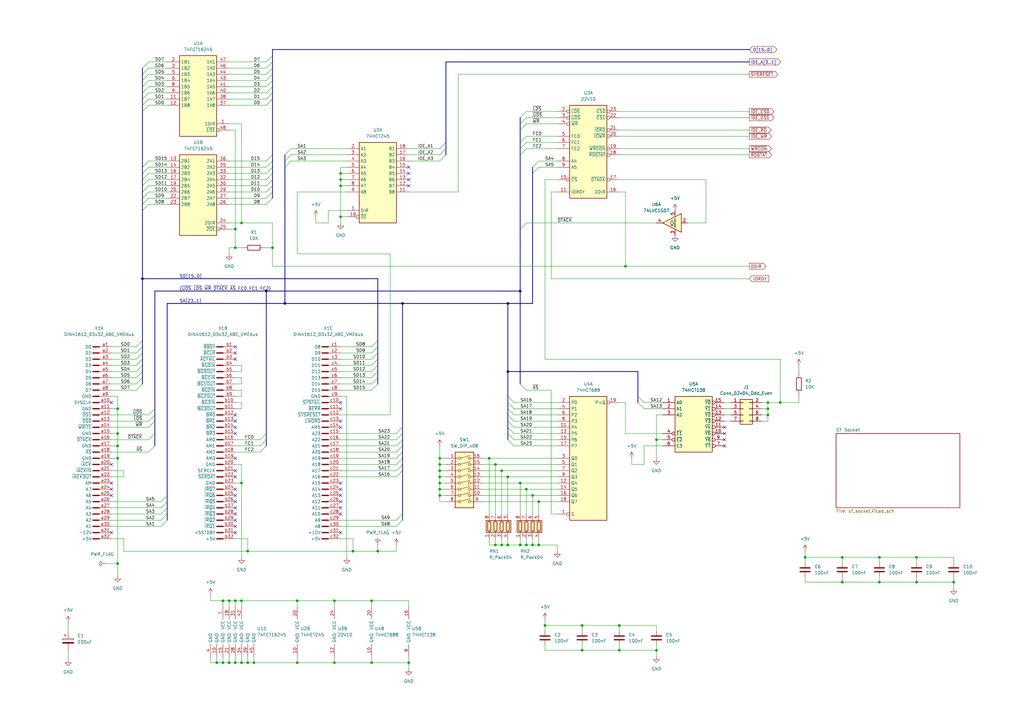
<source format=kicad_sch>
(kicad_sch (version 20211123) (generator eeschema)
  (paper "A3")
  (title_block (title "BUS INTERFACE") (date "2023-12-29") (rev "1") (company "(C) TOM STOREY") (comment 1 "FREE FOR NON-COMMERCIAL USE"))
  (junction (at 48.26 231.14))
  (junction (at 152.4 271.78))
  (junction (at 99.06 198.12))
  (junction (at 139.7 73.66))
  (junction (at 375.92 228.6))
  (junction (at 254 256.54))
  (junction (at 99.06 271.78))
  (junction (at 104.14 271.78))
  (junction (at 218.44 223.52))
  (junction (at 165.1 124.46))
  (junction (at 180.34 195.58))
  (junction (at 91.44 246.38))
  (junction (at 360.68 228.6))
  (junction (at 215.9 200.66))
  (junction (at 139.7 88.9))
  (junction (at 180.34 190.5))
  (junction (at 203.2 223.52))
  (junction (at 91.44 271.78))
  (junction (at 111.76 101.6))
  (junction (at 137.16 271.78))
  (junction (at 109.22 119.38))
  (junction (at 180.34 193.04))
  (junction (at 360.68 238.76))
  (junction (at 208.28 124.46))
  (junction (at 215.9 223.52))
  (junction (at 96.52 93.98))
  (junction (at 238.76 266.7))
  (junction (at 96.52 246.38))
  (junction (at 180.34 200.66))
  (junction (at 254 266.7))
  (junction (at 48.26 167.64))
  (junction (at 238.76 256.54))
  (junction (at 205.74 223.52))
  (junction (at 345.44 228.6))
  (junction (at 121.92 246.38))
  (junction (at 256.54 109.22))
  (junction (at 218.44 203.2))
  (junction (at 208.28 223.52))
  (junction (at 167.64 271.78))
  (junction (at 314.96 165.1))
  (junction (at 101.6 226.06))
  (junction (at 213.36 198.12))
  (junction (at 213.36 223.52))
  (junction (at 93.98 246.38))
  (junction (at 180.34 187.96))
  (junction (at 48.26 182.88))
  (junction (at 269.24 266.7))
  (junction (at 269.24 180.34))
  (junction (at 139.7 71.12))
  (junction (at 220.98 205.74))
  (junction (at 375.92 238.76))
  (junction (at 314.96 170.18))
  (junction (at 99.06 246.38))
  (junction (at 213.36 119.38))
  (junction (at 208.28 152.4))
  (junction (at 314.96 167.64))
  (junction (at 345.44 238.76))
  (junction (at 320.04 165.1))
  (junction (at 154.94 226.06))
  (junction (at 116.84 124.46))
  (junction (at 139.7 76.2))
  (junction (at 88.9 271.78))
  (junction (at 58.42 114.3))
  (junction (at 99.06 91.44))
  (junction (at 144.78 226.06))
  (junction (at 121.92 271.78))
  (junction (at 96.52 271.78))
  (junction (at 48.26 177.8))
  (junction (at 205.74 193.04))
  (junction (at 391.16 238.76))
  (junction (at 203.2 190.5))
  (junction (at 93.98 271.78))
  (junction (at 223.52 256.54))
  (junction (at 180.34 198.12))
  (junction (at 101.6 271.78))
  (junction (at 137.16 246.38))
  (junction (at 330.2 228.6))
  (junction (at 48.26 187.96))
  (junction (at 180.34 203.2))
  (junction (at 208.28 195.58))
  (junction (at 200.66 187.96))
  (junction (at 96.52 101.6))
  (junction (at 152.4 246.38))
  (junction (at 220.98 223.52))
  (no_connect (at 96.52 187.96))
  (no_connect (at 297.18 175.26))
  (no_connect (at 139.7 210.82))
  (no_connect (at 297.18 177.8))
  (no_connect (at 139.7 198.12))
  (no_connect (at 139.7 175.26))
  (no_connect (at 96.52 218.44))
  (no_connect (at 96.52 177.8))
  (no_connect (at 96.52 213.36))
  (no_connect (at 96.52 210.82))
  (no_connect (at 45.72 190.5))
  (no_connect (at 167.64 71.12))
  (no_connect (at 96.52 200.66))
  (no_connect (at 45.72 218.44))
  (no_connect (at 139.7 208.28))
  (no_connect (at 167.64 68.58))
  (no_connect (at 297.18 182.88))
  (no_connect (at 96.52 193.04))
  (no_connect (at 45.72 198.12))
  (no_connect (at 96.52 195.58))
  (no_connect (at 96.52 208.28))
  (no_connect (at 45.72 203.2))
  (no_connect (at 139.7 200.66))
  (no_connect (at 167.64 76.2))
  (no_connect (at 297.18 180.34))
  (no_connect (at 139.7 167.64))
  (no_connect (at 96.52 170.18))
  (no_connect (at 45.72 165.1))
  (no_connect (at 96.52 142.24))
  (no_connect (at 139.7 205.74))
  (no_connect (at 167.64 73.66))
  (no_connect (at 139.7 218.44))
  (no_connect (at 139.7 172.72))
  (no_connect (at 96.52 203.2))
  (no_connect (at 45.72 200.66))
  (no_connect (at 96.52 172.72))
  (no_connect (at 139.7 165.1))
  (no_connect (at 96.52 175.26))
  (no_connect (at 96.52 144.78))
  (no_connect (at 96.52 147.32))
  (no_connect (at 139.7 203.2))
  (no_connect (at 96.52 205.74))
  (no_connect (at 96.52 215.9))
  (bus_entry (at 111.76 40.64) (size -2.54 2.54))
  (bus_entry (at 109.22 177.8) (size -2.54 2.54))
  (bus_entry (at 60.96 73.66) (size -2.54 2.54))
  (bus_entry (at 154.94 147.32) (size -2.54 2.54))
  (bus_entry (at 215.9 55.88) (size -2.54 2.54))
  (bus_entry (at 60.96 76.2) (size -2.54 2.54))
  (bus_entry (at 213.36 157.48) (size 2.54 2.54))
  (bus_entry (at 60.96 33.02) (size -2.54 2.54))
  (bus_entry (at 68.58 210.82) (size -2.54 2.54))
  (bus_entry (at 111.76 30.48) (size -2.54 2.54))
  (bus_entry (at 111.76 22.86) (size -2.54 2.54))
  (bus_entry (at 165.1 190.5) (size -2.54 2.54))
  (bus_entry (at 261.62 162.56) (size 2.54 2.54))
  (bus_entry (at 109.22 180.34) (size -2.54 2.54))
  (bus_entry (at 58.42 144.78) (size -2.54 2.54))
  (bus_entry (at 165.1 180.34) (size -2.54 2.54))
  (bus_entry (at 111.76 73.66) (size -2.54 2.54))
  (bus_entry (at 182.88 63.5) (size -2.54 2.54))
  (bus_entry (at 215.9 91.44) (size -2.54 2.54))
  (bus_entry (at 154.94 149.86) (size -2.54 2.54))
  (bus_entry (at 63.5 167.64) (size -2.54 2.54))
  (bus_entry (at 60.96 43.18) (size -2.54 2.54))
  (bus_entry (at 208.28 170.18) (size 2.54 2.54))
  (bus_entry (at 165.1 187.96) (size -2.54 2.54))
  (bus_entry (at 60.96 68.58) (size -2.54 2.54))
  (bus_entry (at 154.94 142.24) (size -2.54 2.54))
  (bus_entry (at 208.28 162.56) (size 2.54 2.54))
  (bus_entry (at 208.28 172.72) (size 2.54 2.54))
  (bus_entry (at 58.42 152.4) (size -2.54 2.54))
  (bus_entry (at 63.5 170.18) (size -2.54 2.54))
  (bus_entry (at 60.96 78.74) (size -2.54 2.54))
  (bus_entry (at 111.76 27.94) (size -2.54 2.54))
  (bus_entry (at 60.96 27.94) (size -2.54 2.54))
  (bus_entry (at 165.1 213.36) (size -2.54 2.54))
  (bus_entry (at 111.76 68.58) (size -2.54 2.54))
  (bus_entry (at 58.42 142.24) (size -2.54 2.54))
  (bus_entry (at 208.28 175.26) (size 2.54 2.54))
  (bus_entry (at 60.96 25.4) (size -2.54 2.54))
  (bus_entry (at 220.98 68.58) (size -2.54 2.54))
  (bus_entry (at 109.22 182.88) (size -2.54 2.54))
  (bus_entry (at 58.42 154.94) (size -2.54 2.54))
  (bus_entry (at 60.96 66.04) (size -2.54 2.54))
  (bus_entry (at 60.96 71.12) (size -2.54 2.54))
  (bus_entry (at 154.94 157.48) (size -2.54 2.54))
  (bus_entry (at 60.96 40.64) (size -2.54 2.54))
  (bus_entry (at 119.38 60.96) (size -2.54 2.54))
  (bus_entry (at 208.28 180.34) (size 2.54 2.54))
  (bus_entry (at 208.28 167.64) (size 2.54 2.54))
  (bus_entry (at 68.58 203.2) (size -2.54 2.54))
  (bus_entry (at 165.1 210.82) (size -2.54 2.54))
  (bus_entry (at 68.58 205.74) (size -2.54 2.54))
  (bus_entry (at 182.88 58.42) (size -2.54 2.54))
  (bus_entry (at 154.94 139.7) (size -2.54 2.54))
  (bus_entry (at 60.96 81.28) (size -2.54 2.54))
  (bus_entry (at 68.58 213.36) (size -2.54 2.54))
  (bus_entry (at 215.9 60.96) (size -2.54 2.54))
  (bus_entry (at 60.96 35.56) (size -2.54 2.54))
  (bus_entry (at 182.88 60.96) (size -2.54 2.54))
  (bus_entry (at 111.76 81.28) (size -2.54 2.54))
  (bus_entry (at 208.28 177.8) (size 2.54 2.54))
  (bus_entry (at 60.96 83.82) (size -2.54 2.54))
  (bus_entry (at 119.38 63.5) (size -2.54 2.54))
  (bus_entry (at 165.1 185.42) (size -2.54 2.54))
  (bus_entry (at 111.76 71.12) (size -2.54 2.54))
  (bus_entry (at 215.9 48.26) (size -2.54 2.54))
  (bus_entry (at 215.9 45.72) (size -2.54 2.54))
  (bus_entry (at 111.76 33.02) (size -2.54 2.54))
  (bus_entry (at 63.5 177.8) (size -2.54 2.54))
  (bus_entry (at 220.98 66.04) (size -2.54 2.54))
  (bus_entry (at 154.94 154.94) (size -2.54 2.54))
  (bus_entry (at 165.1 193.04) (size -2.54 2.54))
  (bus_entry (at 215.9 58.42) (size -2.54 2.54))
  (bus_entry (at 215.9 50.8) (size -2.54 2.54))
  (bus_entry (at 111.76 35.56) (size -2.54 2.54))
  (bus_entry (at 111.76 63.5) (size -2.54 2.54))
  (bus_entry (at 165.1 177.8) (size -2.54 2.54))
  (bus_entry (at 154.94 152.4) (size -2.54 2.54))
  (bus_entry (at 111.76 78.74) (size -2.54 2.54))
  (bus_entry (at 58.42 139.7) (size -2.54 2.54))
  (bus_entry (at 58.42 149.86) (size -2.54 2.54))
  (bus_entry (at 111.76 38.1) (size -2.54 2.54))
  (bus_entry (at 111.76 66.04) (size -2.54 2.54))
  (bus_entry (at 63.5 182.88) (size -2.54 2.54))
  (bus_entry (at 111.76 25.4) (size -2.54 2.54))
  (bus_entry (at 111.76 76.2) (size -2.54 2.54))
  (bus_entry (at 208.28 165.1) (size 2.54 2.54))
  (bus_entry (at 58.42 147.32) (size -2.54 2.54))
  (bus_entry (at 165.1 182.88) (size -2.54 2.54))
  (bus_entry (at 119.38 66.04) (size -2.54 2.54))
  (bus_entry (at 261.62 165.1) (size 2.54 2.54))
  (bus_entry (at 60.96 30.48) (size -2.54 2.54))
  (bus_entry (at 154.94 144.78) (size -2.54 2.54))
  (bus_entry (at 58.42 157.48) (size -2.54 2.54))
  (bus_entry (at 165.1 175.26) (size -2.54 2.54))
  (bus_entry (at 68.58 208.28) (size -2.54 2.54))
  (bus_entry (at 60.96 38.1) (size -2.54 2.54))
  (bus_entry (at 63.5 172.72) (size -2.54 2.54))
  (wire (pts (xy 299.72 172.72) (xy 297.18 172.72)))
  (wire (pts (xy 60.96 81.28) (xy 68.58 81.28)))
  (wire (pts (xy 101.6 226.06) (xy 144.78 226.06)))
  (wire (pts (xy 264.16 165.1) (xy 271.78 165.1)))
  (wire (pts (xy 142.24 68.58) (xy 139.7 68.58)))
  (wire (pts (xy 93.98 81.28) (xy 109.22 81.28)))
  (wire (pts (xy 180.34 187.96) (xy 180.34 190.5)))
  (wire (pts (xy 93.98 93.98) (xy 96.52 93.98)))
  (wire (pts (xy 60.96 78.74) (xy 68.58 78.74)))
  (wire (pts (xy 375.92 228.6) (xy 360.68 228.6)))
  (wire (pts (xy 60.96 35.56) (xy 68.58 35.56)))
  (wire (pts (xy 111.76 109.22) (xy 256.54 109.22)))
  (wire (pts (xy 96.52 162.56) (xy 99.06 162.56)))
  (wire (pts (xy 45.72 160.02) (xy 55.88 160.02)))
  (wire (pts (xy 119.38 63.5) (xy 142.24 63.5)))
  (wire (pts (xy 180.34 195.58) (xy 180.34 198.12)))
  (wire (pts (xy 45.72 220.98) (xy 50.8 220.98)))
  (wire (pts (xy 220.98 205.74) (xy 228.6 205.74)))
  (wire (pts (xy 312.42 167.64) (xy 314.96 167.64)))
  (bus (pts (xy 111.76 76.2) (xy 111.76 73.66)))
  (bus (pts (xy 154.94 147.32) (xy 154.94 149.86)))
  (wire (pts (xy 223.52 259.08) (xy 223.52 256.54)))
  (wire (pts (xy 327.66 149.86) (xy 327.66 152.4)))
  (wire (pts (xy 210.82 182.88) (xy 228.6 182.88)))
  (wire (pts (xy 205.74 193.04) (xy 228.6 193.04)))
  (bus (pts (xy 58.42 83.82) (xy 58.42 86.36)))
  (wire (pts (xy 180.34 182.88) (xy 180.34 187.96)))
  (wire (pts (xy 139.7 149.86) (xy 152.4 149.86)))
  (wire (pts (xy 180.34 190.5) (xy 180.34 193.04)))
  (wire (pts (xy 96.52 93.98) (xy 96.52 101.6)))
  (wire (pts (xy 86.36 246.38) (xy 86.36 243.84)))
  (wire (pts (xy 45.72 167.64) (xy 48.26 167.64)))
  (wire (pts (xy 259.08 190.5) (xy 259.08 187.96)))
  (wire (pts (xy 220.98 68.58) (xy 228.6 68.58)))
  (wire (pts (xy 91.44 271.78) (xy 93.98 271.78)))
  (wire (pts (xy 60.96 33.02) (xy 68.58 33.02)))
  (wire (pts (xy 345.44 231.14) (xy 345.44 228.6)))
  (wire (pts (xy 48.26 167.64) (xy 48.26 177.8)))
  (wire (pts (xy 210.82 165.1) (xy 228.6 165.1)))
  (wire (pts (xy 218.44 203.2) (xy 218.44 210.82)))
  (wire (pts (xy 213.36 198.12) (xy 213.36 210.82)))
  (wire (pts (xy 205.74 193.04) (xy 205.74 210.82)))
  (bus (pts (xy 58.42 149.86) (xy 58.42 147.32)))
  (wire (pts (xy 27.94 266.7) (xy 27.94 270.51)))
  (bus (pts (xy 58.42 27.94) (xy 58.42 30.48)))
  (bus (pts (xy 213.36 93.98) (xy 213.36 119.38)))
  (wire (pts (xy 101.6 269.24) (xy 101.6 271.78)))
  (bus (pts (xy 165.1 185.42) (xy 165.1 182.88)))
  (bus (pts (xy 208.28 172.72) (xy 208.28 175.26)))
  (bus (pts (xy 165.1 193.04) (xy 165.1 190.5)))
  (wire (pts (xy 210.82 170.18) (xy 228.6 170.18)))
  (bus (pts (xy 165.1 177.8) (xy 165.1 175.26)))
  (wire (pts (xy 215.9 220.98) (xy 215.9 223.52)))
  (wire (pts (xy 345.44 238.76) (xy 360.68 238.76)))
  (wire (pts (xy 96.52 165.1) (xy 99.06 165.1)))
  (wire (pts (xy 121.92 78.74) (xy 142.24 78.74)))
  (wire (pts (xy 210.82 167.64) (xy 228.6 167.64)))
  (wire (pts (xy 208.28 223.52) (xy 213.36 223.52)))
  (wire (pts (xy 60.96 83.82) (xy 68.58 83.82)))
  (wire (pts (xy 88.9 271.78) (xy 91.44 271.78)))
  (wire (pts (xy 139.7 154.94) (xy 152.4 154.94)))
  (wire (pts (xy 269.24 259.08) (xy 269.24 256.54)))
  (wire (pts (xy 119.38 66.04) (xy 142.24 66.04)))
  (wire (pts (xy 139.7 144.78) (xy 152.4 144.78)))
  (wire (pts (xy 96.52 152.4) (xy 99.06 152.4)))
  (wire (pts (xy 48.26 162.56) (xy 48.26 167.64)))
  (wire (pts (xy 121.92 271.78) (xy 137.16 271.78)))
  (wire (pts (xy 45.72 205.74) (xy 66.04 205.74)))
  (wire (pts (xy 254 53.34) (xy 307.34 53.34)))
  (wire (pts (xy 45.72 147.32) (xy 55.88 147.32)))
  (wire (pts (xy 223.52 73.66) (xy 223.52 147.32)))
  (wire (pts (xy 91.44 269.24) (xy 91.44 271.78)))
  (wire (pts (xy 312.42 170.18) (xy 314.96 170.18)))
  (wire (pts (xy 167.64 60.96) (xy 180.34 60.96)))
  (wire (pts (xy 203.2 220.98) (xy 203.2 223.52)))
  (wire (pts (xy 223.52 264.16) (xy 223.52 266.7)))
  (wire (pts (xy 93.98 68.58) (xy 109.22 68.58)))
  (bus (pts (xy 58.42 154.94) (xy 58.42 152.4)))
  (wire (pts (xy 180.34 203.2) (xy 180.34 205.74)))
  (wire (pts (xy 208.28 220.98) (xy 208.28 223.52)))
  (bus (pts (xy 213.36 63.5) (xy 213.36 93.98)))
  (wire (pts (xy 203.2 190.5) (xy 203.2 210.82)))
  (wire (pts (xy 137.16 269.24) (xy 137.16 271.78)))
  (wire (pts (xy 93.98 25.4) (xy 109.22 25.4)))
  (bus (pts (xy 165.1 124.46) (xy 208.28 124.46)))
  (wire (pts (xy 218.44 223.52) (xy 220.98 223.52)))
  (wire (pts (xy 93.98 246.38) (xy 93.98 248.92)))
  (wire (pts (xy 269.24 180.34) (xy 271.78 180.34)))
  (bus (pts (xy 58.42 71.12) (xy 58.42 73.66)))
  (wire (pts (xy 238.76 259.08) (xy 238.76 256.54)))
  (bus (pts (xy 58.42 114.3) (xy 58.42 139.7)))
  (bus (pts (xy 68.58 203.2) (xy 68.58 205.74)))
  (bus (pts (xy 109.22 180.34) (xy 109.22 182.88)))
  (wire (pts (xy 200.66 220.98) (xy 200.66 223.52)))
  (wire (pts (xy 269.24 170.18) (xy 269.24 180.34)))
  (bus (pts (xy 208.28 170.18) (xy 208.28 172.72)))
  (wire (pts (xy 111.76 101.6) (xy 111.76 109.22)))
  (bus (pts (xy 68.58 124.46) (xy 68.58 203.2)))
  (wire (pts (xy 154.94 226.06) (xy 162.56 226.06)))
  (wire (pts (xy 223.52 254) (xy 223.52 256.54)))
  (wire (pts (xy 345.44 228.6) (xy 360.68 228.6)))
  (bus (pts (xy 58.42 147.32) (xy 58.42 144.78)))
  (wire (pts (xy 96.52 182.88) (xy 106.68 182.88)))
  (bus (pts (xy 111.76 40.64) (xy 111.76 38.1)))
  (wire (pts (xy 139.7 88.9) (xy 142.24 88.9)))
  (wire (pts (xy 203.2 223.52) (xy 205.74 223.52)))
  (wire (pts (xy 218.44 203.2) (xy 228.6 203.2)))
  (wire (pts (xy 215.9 200.66) (xy 228.6 200.66)))
  (wire (pts (xy 144.78 220.98) (xy 144.78 226.06)))
  (wire (pts (xy 200.66 187.96) (xy 200.66 210.82)))
  (wire (pts (xy 99.06 160.02) (xy 99.06 162.56)))
  (wire (pts (xy 93.98 104.14) (xy 93.98 101.6)))
  (wire (pts (xy 299.72 167.64) (xy 297.18 167.64)))
  (wire (pts (xy 104.14 269.24) (xy 104.14 271.78)))
  (wire (pts (xy 139.7 147.32) (xy 152.4 147.32)))
  (wire (pts (xy 93.98 43.18) (xy 109.22 43.18)))
  (wire (pts (xy 93.98 66.04) (xy 109.22 66.04)))
  (wire (pts (xy 45.72 154.94) (xy 55.88 154.94)))
  (bus (pts (xy 111.76 63.5) (xy 111.76 40.64)))
  (wire (pts (xy 238.76 256.54) (xy 254 256.54)))
  (wire (pts (xy 60.96 71.12) (xy 68.58 71.12)))
  (wire (pts (xy 281.94 91.44) (xy 289.56 91.44)))
  (wire (pts (xy 299.72 170.18) (xy 297.18 170.18)))
  (wire (pts (xy 96.52 180.34) (xy 106.68 180.34)))
  (wire (pts (xy 254 78.74) (xy 256.54 78.74)))
  (wire (pts (xy 180.34 200.66) (xy 182.88 200.66)))
  (wire (pts (xy 99.06 271.78) (xy 101.6 271.78)))
  (wire (pts (xy 99.06 198.12) (xy 99.06 228.6)))
  (wire (pts (xy 198.12 187.96) (xy 200.66 187.96)))
  (bus (pts (xy 111.76 35.56) (xy 111.76 33.02)))
  (wire (pts (xy 60.96 25.4) (xy 68.58 25.4)))
  (wire (pts (xy 93.98 35.56) (xy 109.22 35.56)))
  (bus (pts (xy 111.76 27.94) (xy 111.76 25.4)))
  (wire (pts (xy 180.34 193.04) (xy 180.34 195.58)))
  (bus (pts (xy 218.44 68.58) (xy 218.44 71.12)))
  (wire (pts (xy 269.24 256.54) (xy 254 256.54)))
  (wire (pts (xy 269.24 264.16) (xy 269.24 266.7)))
  (bus (pts (xy 58.42 142.24) (xy 58.42 139.7)))
  (wire (pts (xy 119.38 60.96) (xy 142.24 60.96)))
  (wire (pts (xy 198.12 190.5) (xy 203.2 190.5)))
  (wire (pts (xy 96.52 246.38) (xy 99.06 246.38)))
  (wire (pts (xy 215.9 91.44) (xy 269.24 91.44)))
  (wire (pts (xy 139.7 182.88) (xy 162.56 182.88)))
  (wire (pts (xy 254 63.5) (xy 307.34 63.5)))
  (wire (pts (xy 139.7 187.96) (xy 162.56 187.96)))
  (bus (pts (xy 109.22 119.38) (xy 213.36 119.38)))
  (wire (pts (xy 129.54 91.44) (xy 129.54 88.9)))
  (wire (pts (xy 45.72 175.26) (xy 60.96 175.26)))
  (wire (pts (xy 45.72 182.88) (xy 48.26 182.88)))
  (wire (pts (xy 220.98 66.04) (xy 228.6 66.04)))
  (wire (pts (xy 254 259.08) (xy 254 256.54)))
  (wire (pts (xy 238.76 264.16) (xy 238.76 266.7)))
  (wire (pts (xy 48.26 177.8) (xy 48.26 182.88)))
  (bus (pts (xy 63.5 119.38) (xy 63.5 167.64)))
  (wire (pts (xy 93.98 71.12) (xy 109.22 71.12)))
  (wire (pts (xy 60.96 30.48) (xy 68.58 30.48)))
  (wire (pts (xy 139.7 193.04) (xy 162.56 193.04)))
  (wire (pts (xy 256.54 165.1) (xy 254 165.1)))
  (bus (pts (xy 111.76 25.4) (xy 111.76 22.86)))
  (wire (pts (xy 93.98 271.78) (xy 96.52 271.78)))
  (bus (pts (xy 261.62 162.56) (xy 261.62 165.1)))
  (wire (pts (xy 96.52 198.12) (xy 99.06 198.12)))
  (wire (pts (xy 198.12 193.04) (xy 205.74 193.04)))
  (bus (pts (xy 111.76 33.02) (xy 111.76 30.48)))
  (wire (pts (xy 96.52 246.38) (xy 96.52 248.92)))
  (wire (pts (xy 152.4 246.38) (xy 167.64 246.38)))
  (bus (pts (xy 208.28 124.46) (xy 208.28 152.4)))
  (wire (pts (xy 208.28 195.58) (xy 208.28 210.82)))
  (wire (pts (xy 198.12 195.58) (xy 208.28 195.58)))
  (bus (pts (xy 68.58 210.82) (xy 68.58 213.36)))
  (wire (pts (xy 160.02 104.14) (xy 121.92 104.14)))
  (wire (pts (xy 200.66 223.52) (xy 203.2 223.52)))
  (wire (pts (xy 142.24 162.56) (xy 142.24 228.6)))
  (bus (pts (xy 111.76 20.32) (xy 111.76 22.86)))
  (wire (pts (xy 139.7 213.36) (xy 162.56 213.36)))
  (wire (pts (xy 111.76 91.44) (xy 111.76 101.6)))
  (wire (pts (xy 48.26 182.88) (xy 48.26 187.96)))
  (wire (pts (xy 27.94 255.27) (xy 27.94 259.08)))
  (wire (pts (xy 45.72 185.42) (xy 60.96 185.42)))
  (wire (pts (xy 264.16 167.64) (xy 271.78 167.64)))
  (bus (pts (xy 111.76 20.32) (xy 307.34 20.32)))
  (wire (pts (xy 139.7 71.12) (xy 142.24 71.12)))
  (wire (pts (xy 320.04 147.32) (xy 223.52 147.32)))
  (wire (pts (xy 391.16 228.6) (xy 391.16 231.14)))
  (wire (pts (xy 93.98 78.74) (xy 109.22 78.74)))
  (bus (pts (xy 218.44 71.12) (xy 218.44 124.46)))
  (wire (pts (xy 144.78 226.06) (xy 154.94 226.06)))
  (wire (pts (xy 86.36 271.78) (xy 88.9 271.78)))
  (wire (pts (xy 391.16 236.22) (xy 391.16 238.76)))
  (bus (pts (xy 58.42 78.74) (xy 58.42 81.28)))
  (bus (pts (xy 213.36 53.34) (xy 213.36 58.42)))
  (bus (pts (xy 182.88 58.42) (xy 182.88 60.96)))
  (wire (pts (xy 228.6 226.06) (xy 228.6 223.52)))
  (wire (pts (xy 360.68 238.76) (xy 375.92 238.76)))
  (bus (pts (xy 116.84 124.46) (xy 165.1 124.46)))
  (wire (pts (xy 142.24 86.36) (xy 134.62 86.36)))
  (bus (pts (xy 213.36 50.8) (xy 213.36 53.34)))
  (wire (pts (xy 160.02 170.18) (xy 160.02 104.14)))
  (wire (pts (xy 139.7 220.98) (xy 144.78 220.98)))
  (wire (pts (xy 345.44 228.6) (xy 330.2 228.6)))
  (wire (pts (xy 48.26 187.96) (xy 48.26 231.14)))
  (wire (pts (xy 96.52 160.02) (xy 99.06 160.02)))
  (bus (pts (xy 68.58 205.74) (xy 68.58 208.28)))
  (wire (pts (xy 256.54 177.8) (xy 256.54 165.1)))
  (wire (pts (xy 200.66 187.96) (xy 228.6 187.96)))
  (wire (pts (xy 111.76 91.44) (xy 99.06 91.44)))
  (wire (pts (xy 314.96 170.18) (xy 314.96 167.64)))
  (bus (pts (xy 111.76 68.58) (xy 111.76 66.04)))
  (wire (pts (xy 45.72 187.96) (xy 48.26 187.96)))
  (wire (pts (xy 215.9 223.52) (xy 218.44 223.52)))
  (wire (pts (xy 139.7 68.58) (xy 139.7 71.12)))
  (wire (pts (xy 210.82 175.26) (xy 228.6 175.26)))
  (wire (pts (xy 93.98 246.38) (xy 96.52 246.38)))
  (wire (pts (xy 96.52 154.94) (xy 99.06 154.94)))
  (wire (pts (xy 360.68 236.22) (xy 360.68 238.76)))
  (bus (pts (xy 213.36 58.42) (xy 213.36 60.96)))
  (wire (pts (xy 104.14 271.78) (xy 121.92 271.78)))
  (wire (pts (xy 220.98 205.74) (xy 220.98 210.82)))
  (bus (pts (xy 111.76 38.1) (xy 111.76 35.56)))
  (wire (pts (xy 330.2 226.06) (xy 330.2 228.6)))
  (wire (pts (xy 60.96 43.18) (xy 68.58 43.18)))
  (bus (pts (xy 58.42 45.72) (xy 58.42 68.58)))
  (wire (pts (xy 167.64 246.38) (xy 167.64 248.92)))
  (wire (pts (xy 96.52 220.98) (xy 101.6 220.98)))
  (wire (pts (xy 96.52 101.6) (xy 99.06 101.6)))
  (wire (pts (xy 360.68 231.14) (xy 360.68 228.6)))
  (wire (pts (xy 215.9 48.26) (xy 228.6 48.26)))
  (wire (pts (xy 218.44 220.98) (xy 218.44 223.52)))
  (wire (pts (xy 345.44 236.22) (xy 345.44 238.76)))
  (wire (pts (xy 93.98 83.82) (xy 109.22 83.82)))
  (wire (pts (xy 43.18 231.14) (xy 48.26 231.14)))
  (bus (pts (xy 116.84 68.58) (xy 116.84 124.46)))
  (bus (pts (xy 213.36 119.38) (xy 213.36 157.48)))
  (bus (pts (xy 116.84 63.5) (xy 116.84 66.04)))
  (bus (pts (xy 154.94 154.94) (xy 154.94 157.48)))
  (bus (pts (xy 213.36 48.26) (xy 213.36 50.8)))
  (wire (pts (xy 220.98 223.52) (xy 228.6 223.52)))
  (wire (pts (xy 182.88 187.96) (xy 180.34 187.96)))
  (wire (pts (xy 314.96 167.64) (xy 314.96 165.1)))
  (wire (pts (xy 254 60.96) (xy 307.34 60.96)))
  (wire (pts (xy 109.22 101.6) (xy 111.76 101.6)))
  (bus (pts (xy 58.42 35.56) (xy 58.42 38.1)))
  (wire (pts (xy 96.52 157.48) (xy 99.06 157.48)))
  (bus (pts (xy 58.42 157.48) (xy 58.42 154.94)))
  (wire (pts (xy 264.16 182.88) (xy 271.78 182.88)))
  (wire (pts (xy 289.56 73.66) (xy 289.56 91.44)))
  (wire (pts (xy 226.06 210.82) (xy 228.6 210.82)))
  (wire (pts (xy 45.72 162.56) (xy 48.26 162.56)))
  (wire (pts (xy 307.34 30.48) (xy 187.96 30.48)))
  (wire (pts (xy 330.2 238.76) (xy 345.44 238.76)))
  (wire (pts (xy 375.92 236.22) (xy 375.92 238.76)))
  (wire (pts (xy 167.64 269.24) (xy 167.64 271.78)))
  (wire (pts (xy 213.36 220.98) (xy 213.36 223.52)))
  (wire (pts (xy 320.04 147.32) (xy 320.04 165.1)))
  (wire (pts (xy 45.72 177.8) (xy 48.26 177.8)))
  (wire (pts (xy 139.7 215.9) (xy 162.56 215.9)))
  (wire (pts (xy 93.98 73.66) (xy 109.22 73.66)))
  (wire (pts (xy 101.6 271.78) (xy 104.14 271.78)))
  (wire (pts (xy 180.34 193.04) (xy 182.88 193.04)))
  (wire (pts (xy 187.96 30.48) (xy 187.96 78.74)))
  (bus (pts (xy 111.76 71.12) (xy 111.76 68.58)))
  (wire (pts (xy 45.72 210.82) (xy 66.04 210.82)))
  (wire (pts (xy 60.96 73.66) (xy 68.58 73.66)))
  (bus (pts (xy 165.1 187.96) (xy 165.1 185.42)))
  (wire (pts (xy 99.06 149.86) (xy 99.06 152.4)))
  (bus (pts (xy 58.42 81.28) (xy 58.42 83.82)))
  (wire (pts (xy 320.04 165.1) (xy 327.66 165.1)))
  (bus (pts (xy 182.88 25.4) (xy 182.88 58.42)))
  (wire (pts (xy 60.96 40.64) (xy 68.58 40.64)))
  (wire (pts (xy 256.54 177.8) (xy 271.78 177.8)))
  (wire (pts (xy 86.36 246.38) (xy 91.44 246.38)))
  (wire (pts (xy 264.16 190.5) (xy 259.08 190.5)))
  (wire (pts (xy 180.34 203.2) (xy 182.88 203.2)))
  (bus (pts (xy 208.28 152.4) (xy 208.28 162.56)))
  (wire (pts (xy 93.98 30.48) (xy 109.22 30.48)))
  (wire (pts (xy 139.7 73.66) (xy 139.7 76.2)))
  (bus (pts (xy 58.42 33.02) (xy 58.42 35.56)))
  (wire (pts (xy 314.96 172.72) (xy 314.96 170.18)))
  (wire (pts (xy 99.06 246.38) (xy 121.92 246.38)))
  (bus (pts (xy 58.42 73.66) (xy 58.42 76.2)))
  (wire (pts (xy 99.06 269.24) (xy 99.06 271.78)))
  (wire (pts (xy 45.72 144.78) (xy 55.88 144.78)))
  (wire (pts (xy 99.06 91.44) (xy 93.98 91.44)))
  (wire (pts (xy 96.52 185.42) (xy 106.68 185.42)))
  (wire (pts (xy 307.34 109.22) (xy 256.54 109.22)))
  (wire (pts (xy 60.96 68.58) (xy 68.58 68.58)))
  (wire (pts (xy 139.7 162.56) (xy 142.24 162.56)))
  (wire (pts (xy 198.12 198.12) (xy 213.36 198.12)))
  (wire (pts (xy 121.92 269.24) (xy 121.92 271.78)))
  (wire (pts (xy 271.78 170.18) (xy 269.24 170.18)))
  (wire (pts (xy 187.96 78.74) (xy 167.64 78.74)))
  (wire (pts (xy 375.92 238.76) (xy 391.16 238.76)))
  (bus (pts (xy 165.1 124.46) (xy 165.1 175.26)))
  (wire (pts (xy 139.7 170.18) (xy 160.02 170.18)))
  (wire (pts (xy 264.16 182.88) (xy 264.16 190.5)))
  (wire (pts (xy 256.54 78.74) (xy 256.54 109.22)))
  (bus (pts (xy 58.42 144.78) (xy 58.42 142.24)))
  (wire (pts (xy 215.9 60.96) (xy 228.6 60.96)))
  (wire (pts (xy 215.9 45.72) (xy 228.6 45.72)))
  (wire (pts (xy 391.16 238.76) (xy 391.16 241.3)))
  (wire (pts (xy 180.34 200.66) (xy 180.34 203.2)))
  (bus (pts (xy 111.76 30.48) (xy 111.76 27.94)))
  (bus (pts (xy 111.76 73.66) (xy 111.76 71.12)))
  (wire (pts (xy 137.16 246.38) (xy 152.4 246.38)))
  (bus (pts (xy 58.42 38.1) (xy 58.42 40.64)))
  (bus (pts (xy 154.94 144.78) (xy 154.94 147.32)))
  (bus (pts (xy 208.28 124.46) (xy 218.44 124.46)))
  (bus (pts (xy 58.42 40.64) (xy 58.42 43.18)))
  (wire (pts (xy 45.72 180.34) (xy 60.96 180.34)))
  (bus (pts (xy 154.94 149.86) (xy 154.94 152.4)))
  (bus (pts (xy 154.94 152.4) (xy 154.94 154.94)))
  (wire (pts (xy 139.7 88.9) (xy 139.7 91.44)))
  (wire (pts (xy 162.56 226.06) (xy 162.56 223.52)))
  (wire (pts (xy 45.72 142.24) (xy 55.88 142.24)))
  (wire (pts (xy 375.92 231.14) (xy 375.92 228.6)))
  (bus (pts (xy 208.28 162.56) (xy 208.28 165.1)))
  (wire (pts (xy 139.7 71.12) (xy 139.7 73.66)))
  (wire (pts (xy 205.74 223.52) (xy 208.28 223.52)))
  (wire (pts (xy 60.96 27.94) (xy 68.58 27.94)))
  (wire (pts (xy 139.7 76.2) (xy 139.7 88.9)))
  (wire (pts (xy 210.82 177.8) (xy 228.6 177.8)))
  (wire (pts (xy 223.52 73.66) (xy 228.6 73.66)))
  (bus (pts (xy 58.42 43.18) (xy 58.42 45.72)))
  (bus (pts (xy 116.84 66.04) (xy 116.84 68.58)))
  (wire (pts (xy 96.52 149.86) (xy 99.06 149.86)))
  (wire (pts (xy 180.34 198.12) (xy 180.34 200.66)))
  (wire (pts (xy 96.52 269.24) (xy 96.52 271.78)))
  (bus (pts (xy 165.1 190.5) (xy 165.1 187.96)))
  (wire (pts (xy 139.7 190.5) (xy 162.56 190.5)))
  (bus (pts (xy 58.42 114.3) (xy 154.94 114.3)))
  (bus (pts (xy 154.94 142.24) (xy 154.94 144.78)))
  (wire (pts (xy 121.92 246.38) (xy 137.16 246.38)))
  (wire (pts (xy 139.7 73.66) (xy 142.24 73.66)))
  (bus (pts (xy 68.58 208.28) (xy 68.58 210.82)))
  (wire (pts (xy 86.36 271.78) (xy 86.36 269.24)))
  (wire (pts (xy 45.72 149.86) (xy 55.88 149.86)))
  (wire (pts (xy 226.06 114.3) (xy 307.34 114.3)))
  (wire (pts (xy 50.8 195.58) (xy 50.8 193.04)))
  (wire (pts (xy 91.44 246.38) (xy 93.98 246.38)))
  (wire (pts (xy 139.7 185.42) (xy 162.56 185.42)))
  (bus (pts (xy 63.5 177.8) (xy 63.5 172.72)))
  (wire (pts (xy 226.06 160.02) (xy 226.06 210.82)))
  (bus (pts (xy 208.28 152.4) (xy 261.62 152.4)))
  (wire (pts (xy 99.06 154.94) (xy 99.06 157.48)))
  (wire (pts (xy 50.8 220.98) (xy 50.8 226.06)))
  (wire (pts (xy 312.42 172.72) (xy 314.96 172.72)))
  (bus (pts (xy 58.42 76.2) (xy 58.42 78.74)))
  (bus (pts (xy 182.88 60.96) (xy 182.88 63.5)))
  (bus (pts (xy 63.5 182.88) (xy 63.5 177.8)))
  (wire (pts (xy 45.72 170.18) (xy 60.96 170.18)))
  (wire (pts (xy 96.52 167.64) (xy 99.06 167.64)))
  (wire (pts (xy 180.34 190.5) (xy 182.88 190.5)))
  (wire (pts (xy 167.64 66.04) (xy 180.34 66.04)))
  (wire (pts (xy 139.7 142.24) (xy 152.4 142.24)))
  (bus (pts (xy 109.22 177.8) (xy 109.22 180.34)))
  (wire (pts (xy 50.8 226.06) (xy 101.6 226.06)))
  (wire (pts (xy 96.52 271.78) (xy 99.06 271.78)))
  (wire (pts (xy 269.24 266.7) (xy 269.24 269.24)))
  (wire (pts (xy 254 45.72) (xy 307.34 45.72)))
  (bus (pts (xy 63.5 170.18) (xy 63.5 167.64)))
  (wire (pts (xy 215.9 50.8) (xy 228.6 50.8)))
  (bus (pts (xy 111.76 66.04) (xy 111.76 63.5)))
  (wire (pts (xy 60.96 38.1) (xy 68.58 38.1)))
  (wire (pts (xy 330.2 236.22) (xy 330.2 238.76)))
  (wire (pts (xy 45.72 208.28) (xy 66.04 208.28)))
  (wire (pts (xy 45.72 213.36) (xy 66.04 213.36)))
  (wire (pts (xy 203.2 190.5) (xy 228.6 190.5)))
  (bus (pts (xy 208.28 167.64) (xy 208.28 170.18)))
  (wire (pts (xy 96.52 190.5) (xy 99.06 190.5)))
  (wire (pts (xy 254 264.16) (xy 254 266.7)))
  (wire (pts (xy 254 48.26) (xy 307.34 48.26)))
  (wire (pts (xy 198.12 205.74) (xy 220.98 205.74)))
  (bus (pts (xy 154.94 114.3) (xy 154.94 139.7)))
  (wire (pts (xy 375.92 228.6) (xy 391.16 228.6)))
  (wire (pts (xy 137.16 271.78) (xy 152.4 271.78)))
  (wire (pts (xy 167.64 271.78) (xy 167.64 274.32)))
  (wire (pts (xy 238.76 256.54) (xy 223.52 256.54)))
  (wire (pts (xy 312.42 165.1) (xy 314.96 165.1)))
  (wire (pts (xy 121.92 246.38) (xy 121.92 248.92)))
  (wire (pts (xy 213.36 198.12) (xy 228.6 198.12)))
  (bus (pts (xy 261.62 152.4) (xy 261.62 162.56)))
  (wire (pts (xy 139.7 76.2) (xy 142.24 76.2)))
  (bus (pts (xy 58.42 86.36) (xy 58.42 114.3)))
  (wire (pts (xy 60.96 76.2) (xy 68.58 76.2)))
  (wire (pts (xy 228.6 78.74) (xy 226.06 78.74)))
  (wire (pts (xy 198.12 203.2) (xy 218.44 203.2)))
  (bus (pts (xy 63.5 119.38) (xy 109.22 119.38)))
  (wire (pts (xy 45.72 152.4) (xy 55.88 152.4)))
  (wire (pts (xy 154.94 223.52) (xy 154.94 226.06)))
  (wire (pts (xy 220.98 220.98) (xy 220.98 223.52)))
  (wire (pts (xy 93.98 101.6) (xy 96.52 101.6)))
  (wire (pts (xy 45.72 195.58) (xy 50.8 195.58)))
  (wire (pts (xy 93.98 27.94) (xy 109.22 27.94)))
  (wire (pts (xy 205.74 220.98) (xy 205.74 223.52)))
  (wire (pts (xy 60.96 66.04) (xy 68.58 66.04)))
  (wire (pts (xy 48.26 231.14) (xy 48.26 236.22)))
  (bus (pts (xy 208.28 177.8) (xy 208.28 180.34)))
  (bus (pts (xy 63.5 172.72) (xy 63.5 170.18)))
  (wire (pts (xy 314.96 165.1) (xy 320.04 165.1)))
  (wire (pts (xy 99.06 50.8) (xy 99.06 91.44)))
  (wire (pts (xy 139.7 177.8) (xy 162.56 177.8)))
  (bus (pts (xy 213.36 60.96) (xy 213.36 63.5)))
  (wire (pts (xy 139.7 180.34) (xy 162.56 180.34)))
  (wire (pts (xy 91.44 246.38) (xy 91.44 248.92)))
  (wire (pts (xy 88.9 269.24) (xy 88.9 271.78)))
  (bus (pts (xy 58.42 152.4) (xy 58.42 149.86)))
  (wire (pts (xy 215.9 58.42) (xy 228.6 58.42)))
  (wire (pts (xy 101.6 220.98) (xy 101.6 226.06)))
  (wire (pts (xy 121.92 104.14) (xy 121.92 78.74)))
  (wire (pts (xy 180.34 195.58) (xy 182.88 195.58)))
  (bus (pts (xy 307.34 25.4) (xy 182.88 25.4)))
  (bus (pts (xy 208.28 175.26) (xy 208.28 177.8)))
  (wire (pts (xy 215.9 55.88) (xy 228.6 55.88)))
  (wire (pts (xy 215.9 200.66) (xy 215.9 210.82)))
  (wire (pts (xy 45.72 157.48) (xy 55.88 157.48)))
  (wire (pts (xy 93.98 50.8) (xy 99.06 50.8)))
  (wire (pts (xy 254 55.88) (xy 307.34 55.88)))
  (wire (pts (xy 134.62 86.36) (xy 134.62 91.44)))
  (wire (pts (xy 137.16 246.38) (xy 137.16 248.92)))
  (wire (pts (xy 152.4 269.24) (xy 152.4 271.78)))
  (bus (pts (xy 165.1 210.82) (xy 165.1 213.36)))
  (wire (pts (xy 269.24 180.34) (xy 269.24 187.96)))
  (wire (pts (xy 93.98 53.34) (xy 96.52 53.34)))
  (wire (pts (xy 139.7 195.58) (xy 162.56 195.58)))
  (wire (pts (xy 226.06 78.74) (xy 226.06 114.3)))
  (bus (pts (xy 111.76 78.74) (xy 111.76 76.2)))
  (wire (pts (xy 93.98 269.24) (xy 93.98 271.78)))
  (wire (pts (xy 327.66 162.56) (xy 327.66 165.1)))
  (wire (pts (xy 152.4 271.78) (xy 167.64 271.78)))
  (wire (pts (xy 299.72 165.1) (xy 297.18 165.1)))
  (wire (pts (xy 254 266.7) (xy 269.24 266.7)))
  (bus (pts (xy 58.42 68.58) (xy 58.42 71.12)))
  (bus (pts (xy 154.94 139.7) (xy 154.94 142.24)))
  (wire (pts (xy 152.4 246.38) (xy 152.4 248.92)))
  (wire (pts (xy 134.62 91.44) (xy 129.54 91.44)))
  (bus (pts (xy 109.22 119.38) (xy 109.22 177.8)))
  (wire (pts (xy 96.52 53.34) (xy 96.52 93.98)))
  (wire (pts (xy 254 73.66) (xy 289.56 73.66)))
  (bus (pts (xy 165.1 193.04) (xy 165.1 210.82)))
  (bus (pts (xy 111.76 81.28) (xy 111.76 78.74)))
  (bus (pts (xy 165.1 182.88) (xy 165.1 180.34)))
  (wire (pts (xy 99.06 165.1) (xy 99.06 167.64)))
  (wire (pts (xy 93.98 38.1) (xy 109.22 38.1)))
  (wire (pts (xy 93.98 76.2) (xy 109.22 76.2)))
  (wire (pts (xy 210.82 172.72) (xy 228.6 172.72)))
  (wire (pts (xy 213.36 223.52) (xy 215.9 223.52)))
  (wire (pts (xy 45.72 215.9) (xy 66.04 215.9)))
  (wire (pts (xy 99.06 190.5) (xy 99.06 198.12)))
  (wire (pts (xy 198.12 200.66) (xy 215.9 200.66)))
  (bus (pts (xy 165.1 180.34) (xy 165.1 177.8)))
  (wire (pts (xy 330.2 231.14) (xy 330.2 228.6)))
  (wire (pts (xy 210.82 180.34) (xy 228.6 180.34)))
  (wire (pts (xy 167.64 63.5) (xy 180.34 63.5)))
  (wire (pts (xy 238.76 266.7) (xy 254 266.7)))
  (bus (pts (xy 208.28 165.1) (xy 208.28 167.64)))
  (wire (pts (xy 139.7 157.48) (xy 152.4 157.48)))
  (wire (pts (xy 180.34 205.74) (xy 182.88 205.74)))
  (wire (pts (xy 45.72 193.04) (xy 50.8 193.04)))
  (wire (pts (xy 99.06 246.38) (xy 99.06 248.92)))
  (wire (pts (xy 215.9 160.02) (xy 226.06 160.02)))
  (wire (pts (xy 93.98 33.02) (xy 109.22 33.02)))
  (bus (pts (xy 68.58 124.46) (xy 116.84 124.46)))
  (wire (pts (xy 139.7 152.4) (xy 152.4 152.4)))
  (wire (pts (xy 139.7 160.02) (xy 152.4 160.02)))
  (wire (pts (xy 45.72 172.72) (xy 60.96 172.72)))
  (wire (pts (xy 180.34 198.12) (xy 182.88 198.12)))
  (wire (pts (xy 223.52 266.7) (xy 238.76 266.7)))
  (bus (pts (xy 58.42 30.48) (xy 58.42 33.02)))
  (wire (pts (xy 208.28 195.58) (xy 228.6 195.58)))
  (wire (pts (xy 93.98 40.64) (xy 109.22 40.64)))
  (label "SD7" (at 53.34 160.02 180))
  (label "SD8" (at 149.86 142.24 180))
  (label "SD11" (at 63.5 76.2 0))
  (label "SD10" (at 149.86 147.32 180))
  (label "SA22" (at 213.36 180.34 0))
  (label "~{LDS}" (at 218.44 45.72 0))
  (label "SD15" (at 63.5 66.04 0))
  (label "SA17" (at 160.02 193.04 180))
  (label "SA9" (at 160.02 213.36 180))
  (label "FC0" (at 104.14 180.34 180))
  (label "D2" (at 106.68 38.1 180))
  (label "D5" (at 106.68 30.48 180))
  (label "SD[15..0]" (at 73.66 114.3 0))
  (label "SA2" (at 121.92 63.5 0))
  (label "SD13" (at 149.86 154.94 180))
  (label "SD1" (at 63.5 40.64 0))
  (label "SD2" (at 63.5 38.1 0))
  (label "~{DTACK}" (at 228.6 91.44 0))
  (label "IDE_A3" (at 177.8 66.04 180))
  (label "SA20" (at 213.36 175.26 0))
  (label "FC2" (at 218.44 60.96 0))
  (label "D11" (at 106.68 76.2 180))
  (label "SA1" (at 121.92 60.96 0))
  (label "IDE_A2" (at 177.8 63.5 180))
  (label "SD0" (at 53.34 142.24 180))
  (label "D14" (at 106.68 68.58 180))
  (label "{~{UDS} ~{LDS} ~{WR} ~{DTACK} ~{AS} FC0 FC1 FC2}" (at 73.66 119.38 0))
  (label "SD14" (at 149.86 157.48 180))
  (label "~{AS}" (at 218.44 160.02 0))
  (label "SD14" (at 63.5 68.58 0))
  (label "SD0" (at 63.5 43.18 0))
  (label "SA3" (at 63.5 210.82 180))
  (label "SA17" (at 213.36 167.64 0))
  (label "SA4" (at 223.52 66.04 0))
  (label "SA19" (at 160.02 187.96 180))
  (label "FC2" (at 104.14 185.42 180))
  (label "SD6" (at 53.34 157.48 180))
  (label "SA13" (at 266.7 167.64 0))
  (label "D7" (at 106.68 25.4 180))
  (label "SD15" (at 149.86 160.02 180))
  (label "SA18" (at 213.36 170.18 0))
  (label "SA12" (at 266.7 165.1 0))
  (label "SD4" (at 63.5 33.02 0))
  (label "FC1" (at 104.14 182.88 180))
  (label "D12" (at 106.68 73.66 180))
  (label "~{WR}" (at 218.44 50.8 0))
  (label "SA5" (at 63.5 205.74 180))
  (label "SD13" (at 63.5 71.12 0))
  (label "D0" (at 106.68 43.18 180))
  (label "SA23" (at 213.36 182.88 0))
  (label "~{WR}" (at 58.42 175.26 180))
  (label "SA[23..1]" (at 73.66 124.46 0))
  (label "SD9" (at 63.5 81.28 0))
  (label "SA18" (at 160.02 190.5 180))
  (label "SA1" (at 63.5 215.9 180))
  (label "SD2" (at 53.34 147.32 180))
  (label "D13" (at 106.68 71.12 180))
  (label "D3" (at 106.68 35.56 180))
  (label "SA8" (at 160.02 215.9 180))
  (label "D1" (at 106.68 40.64 180))
  (label "SD7" (at 63.5 25.4 0))
  (label "SA22" (at 160.02 180.34 180))
  (label "D15" (at 106.68 66.04 180))
  (label "SD4" (at 53.34 152.4 180))
  (label "SA19" (at 213.36 172.72 0))
  (label "SA5" (at 223.52 68.58 0))
  (label "FC0" (at 218.44 55.88 0))
  (label "SA3" (at 121.92 66.04 0))
  (label "D10" (at 106.68 78.74 180))
  (label "~{UDS}" (at 218.44 48.26 0))
  (label "SD6" (at 63.5 27.94 0))
  (label "D8" (at 106.68 83.82 180))
  (label "~{DTACK}" (at 58.42 180.34 180))
  (label "SA4" (at 63.5 208.28 180))
  (label "SD3" (at 53.34 149.86 180))
  (label "SD9" (at 149.86 144.78 180))
  (label "D6" (at 106.68 27.94 180))
  (label "SA2" (at 63.5 213.36 180))
  (label "SD5" (at 63.5 30.48 0))
  (label "SA16" (at 213.36 165.1 0))
  (label "SA21" (at 213.36 177.8 0))
  (label "FC1" (at 218.44 58.42 0))
  (label "SA23" (at 160.02 177.8 180))
  (label "SD1" (at 53.34 144.78 180))
  (label "SA16" (at 160.02 195.58 180))
  (label "~{AS}" (at 58.42 185.42 180))
  (label "SD12" (at 149.86 152.4 180))
  (label "~{UDS}" (at 58.42 170.18 180))
  (label "SD10" (at 63.5 78.74 0))
  (label "SD11" (at 149.86 149.86 180))
  (label "SD5" (at 53.34 154.94 180))
  (label "D4" (at 106.68 33.02 180))
  (label "IDE_A1" (at 177.8 60.96 180))
  (label "SA21" (at 160.02 182.88 180))
  (label "SD8" (at 63.5 83.82 0))
  (label "SD3" (at 63.5 35.56 0))
  (label "~{LDS}" (at 58.42 172.72 180))
  (label "SD12" (at 63.5 73.66 0))
  (label "SA20" (at 160.02 185.42 180))
  (label "D9" (at 106.68 81.28 180))
  (global_label "~{RDSTAT}" (shape output) (at 307.34 63.5 0) (property "Intersheet References" "${INTERSHEET_REFS}" (effects hide)))
  (global_label "~{IDE_RD}" (shape output) (at 307.34 53.34 0) (property "Intersheet References" "${INTERSHEET_REFS}" (effects hide)))
  (global_label "~{SYSRESET}" (shape output) (at 307.34 30.48 0) (property "Intersheet References" "${INTERSHEET_REFS}" (effects hide)))
  (global_label "~{WRCON}" (shape output) (at 307.34 60.96 0) (property "Intersheet References" "${INTERSHEET_REFS}" (effects hide)))
  (global_label "~{IDE_CS0}" (shape output) (at 307.34 45.72 0) (property "Intersheet References" "${INTERSHEET_REFS}" (effects hide)))
  (global_label "IDE_A[3..1]" (shape output) (at 307.34 25.4 0) (property "Intersheet References" "${INTERSHEET_REFS}" (effects hide)))
  (global_label "~{IDE_CS1}" (shape output) (at 307.34 48.26 0) (property "Intersheet References" "${INTERSHEET_REFS}" (effects hide)))
  (global_label "~{IDE_WR}" (shape output) (at 307.34 55.88 0) (property "Intersheet References" "${INTERSHEET_REFS}" (effects hide)))
  (global_label "DDIR" (shape output) (at 307.34 109.22 0) (property "Intersheet References" "${INTERSHEET_REFS}" (effects hide)))
  (global_label "D[15..0]" (shape bidirectional) (at 307.34 20.32 0) (property "Intersheet References" "${INTERSHEET_REFS}" (effects hide)))
  (global_label "IORDY" (shape input) (at 307.34 114.3 0) (property "Intersheet References" "${INTERSHEET_REFS}" (effects hide)))
  (symbol (lib_id "power:GND") (at 99.06 228.6 0) (unit 1)
    (property "Reference" "#PWR06" (effects hide))
    (property "Value" "GND" (at 99.06 233.68 0))
  )
  (symbol (lib_id "power:GND") (at 93.98 104.14 0) (unit 1)
    (property "Reference" "#PWR05" (effects hide))
    (property "Value" "GND" (at 93.98 109.22 0))
  )
  (symbol (lib_id "power:+5V") (at 330.2 226.06 0) (unit 1)
    (property "Reference" "#PWR021" (effects hide))
    (property "Value" "+5V" (at 330.2 220.98 0))
  )
  (symbol (lib_id "power:GND") (at 269.24 269.24 0) (unit 1)
    (property "Reference" "#PWR017" (effects hide))
    (property "Value" "GND" (at 269.24 274.32 0))
  )
  (symbol (lib_id "COMET_symbols:C") (at 269.24 261.62 0) (unit 1)
    (property "Reference" "C5" (at 273.05 260.3499 0) (effects (justify left)))
    (property "Value" "100nF" (at 273.05 262.8899 0) (effects (justify left)))
    (property "Footprint" "COMET_footprints:C_SMD0805" (effects hide))
  )
  (symbol (lib_id "power:+5V") (at 129.54 88.9 0) (unit 1)
    (property "Reference" "#PWR07" (effects hide))
    (property "Value" "+5V" (at 129.54 83.82 0))
  )
  (symbol (lib_id "COMET_symbols:74x245") (at 154.94 73.66 0) (unit 1)
    (property "Reference" "U2" (at 154.94 53.34 0))
    (property "Value" "74HCT245" (at 154.94 55.88 0))
    (property "Footprint" "COMET_footprints:Package_SO20W" (effects hide))
  )
  (symbol (lib_id "power:GND") (at 27.94 270.51 0) (unit 1)
    (property "Reference" "#PWR02" (effects hide))
    (property "Value" "GND" (at 27.94 275.59 0))
  )
  (symbol (lib_id "COMET_symbols:R") (at 327.66 157.48 0) (unit 1)
    (property "Reference" "R2" (at 330.2 156.2099 0) (effects (justify left)))
    (property "Value" "10K" (at 330.2 158.7499 0) (effects (justify left)))
    (property "Footprint" "COMET_footprints:R_SMD0805" (effects hide))
  )
  (symbol (lib_id "Connector_Generic:Conn_02x04_Odd_Even") (at 304.8 167.64 0) (unit 1)
    (property "Reference" "J1" (at 306.07 158.75 0))
    (property "Value" "Conn_02x04_Odd_Even" (at 306.07 161.29 0))
    (property "Footprint" "Connector_PinHeader_2.54mm:PinHeader_2x04_P2.54mm_Vertical" (effects hide))
  )
  (symbol (lib_id "COMET_symbols:74x1G07") (at 276.86 91.44 0) (mirror y) (unit 1)
    (property "Reference" "U6" (at 269.24 83.82 0))
    (property "Value" "74LVC1G07" (at 269.24 86.36 0))
    (property "Footprint" "COMET_footprints:Package_SOT23-5" (effects hide))
  )
  (symbol (lib_id "COMET_symbols:C") (at 375.92 233.68 0) (unit 1)
    (property "Reference" "C9" (at 379.73 232.4099 0) (effects (justify left)))
    (property "Value" "100nF" (at 379.73 234.9499 0) (effects (justify left)))
    (property "Footprint" "COMET_footprints:C_SMD0805" (effects hide))
  )
  (symbol (lib_id "power:+5V") (at 327.66 149.86 0) (unit 1)
    (property "Reference" "#PWR020" (effects hide))
    (property "Value" "+5V" (at 327.66 144.78 0))
  )
  (symbol (lib_id "Device:R_Pack04") (at 218.44 215.9 0) (unit 1)
    (property "Reference" "RN2" (at 213.36 226.06 0) (effects (justify left)))
    (property "Value" "R_Pack04" (at 213.36 228.6 0) (effects (justify left)))
    (property "Footprint" "Resistor_SMD:R_Cat16-4" (effects hide))
  )
  (symbol (lib_id "power:GND") (at 391.16 241.3 0) (unit 1)
    (property "Reference" "#PWR022" (effects hide))
    (property "Value" "GND" (at 391.16 246.38 0))
  )
  (symbol (lib_id "COMET_symbols:74x16245") (at 81.28 38.1 0) (mirror y) (unit 1)
    (property "Reference" "U1" (at 81.28 17.78 0))
    (property "Value" "74FCT16245" (at 81.28 20.32 0))
    (property "Footprint" "COMET_footprints:Package_SSOP48-1" (effects hide))
  )
  (symbol (lib_id "power:GND") (at 139.7 91.44 0) (unit 1)
    (property "Reference" "#PWR08" (effects hide))
    (property "Value" "GND" (at 139.7 96.52 0))
  )
  (symbol (lib_id "power:PWR_FLAG") (at 154.94 223.52 0) (unit 1)
    (property "Reference" "#FLG02" (effects hide))
    (property "Value" "PWR_FLAG" (at 154.94 218.44 0))
  )
  (symbol (lib_id "COMET_symbols:R") (at 104.14 101.6 90) (unit 1)
    (property "Reference" "R1" (at 104.14 95.25 90))
    (property "Value" "10K" (at 104.14 97.79 90))
    (property "Footprint" "COMET_footprints:R_SMD0805" (effects hide))
  )
  (symbol (lib_id "power:GND") (at 167.64 274.32 0) (unit 1)
    (property "Reference" "#PWR011" (effects hide))
    (property "Value" "GND" (at 167.64 279.4 0))
  )
  (symbol (lib_id "COMET_symbols:C") (at 223.52 261.62 0) (unit 1)
    (property "Reference" "C2" (at 227.33 260.3499 0) (effects (justify left)))
    (property "Value" "100nF" (at 227.33 262.8899 0) (effects (justify left)))
    (property "Footprint" "COMET_footprints:C_SMD0805" (effects hide))
  )
  (symbol (lib_id "Switch:SW_DIP_x08") (at 190.5 198.12 0) (unit 1)
    (property "Reference" "SW1" (at 190.5 180.34 0))
    (property "Value" "SW_DIP_x08" (at 190.5 182.88 0))
    (property "Footprint" "Button_Switch_THT:SW_DIP_SPSTx08_Slide_9.78x22.5mm_W7.62mm_P2.54mm" (effects hide))
  )
  (symbol (lib_id "power:+5V") (at 27.94 255.27 0) (unit 1)
    (property "Reference" "#PWR01" (effects hide))
    (property "Value" "+5V" (at 27.94 250.19 0))
  )
  (symbol (lib_id "power:GND") (at 276.86 96.52 0) (unit 1)
    (property "Reference" "#PWR019" (effects hide))
    (property "Value" "GND" (at 276.86 101.6 0))
  )
  (symbol (lib_id "COMET_symbols:74x138") (at 284.48 172.72 0) (unit 1)
    (property "Reference" "U5" (at 284.48 157.48 0))
    (property "Value" "74HCT138" (at 284.48 160.02 0))
    (property "Footprint" "COMET_footprints:Package_SO16" (effects hide))
  )
  (symbol (lib_id "Device:R_Pack04") (at 205.74 215.9 0) (unit 1)
    (property "Reference" "RN1" (at 200.66 226.06 0) (effects (justify left)))
    (property "Value" "R_Pack04" (at 200.66 228.6 0) (effects (justify left)))
    (property "Footprint" "Resistor_SMD:R_Cat16-4" (effects hide))
  )
  (symbol (lib_id "power:GND") (at 48.26 236.22 0) (unit 1)
    (property "Reference" "#PWR03" (effects hide))
    (property "Value" "GND" (at 48.26 241.3 0))
  )
  (symbol (lib_id "power:+5V") (at 86.36 243.84 0) (unit 1)
    (property "Reference" "#PWR04" (effects hide))
    (property "Value" "+5V" (at 86.36 238.76 0))
  )
  (symbol (lib_id "COMET_symbols:C") (at 360.68 233.68 0) (unit 1)
    (property "Reference" "C8" (at 364.49 232.4099 0) (effects (justify left)))
    (property "Value" "100nF" (at 364.49 234.9499 0) (effects (justify left)))
    (property "Footprint" "COMET_footprints:C_SMD0805" (effects hide))
  )
  (symbol (lib_id "COMET_symbols:C") (at 391.16 233.68 0) (unit 1)
    (property "Reference" "C10" (at 394.97 232.4099 0) (effects (justify left)))
    (property "Value" "100nF" (at 394.97 234.9499 0) (effects (justify left)))
    (property "Footprint" "COMET_footprints:C_SMD0805" (effects hide))
  )
  (symbol (lib_id "power:+5V") (at 180.34 182.88 0) (unit 1)
    (property "Reference" "#PWR012" (effects hide))
    (property "Value" "+5V" (at 180.34 177.8 0))
  )
  (symbol (lib_id "COMET_symbols:74x245") (at 121.92 259.08 0) (unit 2)
    (property "Reference" "U2" (at 123.19 257.8099 0) (effects (justify left)))
    (property "Value" "74HCT245" (at 123.19 260.3499 0) (effects (justify left)))
    (property "Footprint" "COMET_footprints:Package_SO20W" (effects hide))
  )
  (symbol (lib_id "power:GND") (at 142.24 228.6 0) (unit 1)
    (property "Reference" "#PWR09" (effects hide))
    (property "Value" "GND" (at 142.24 233.68 0))
  )
  (symbol (lib_id "power:GND") (at 228.6 226.06 0) (unit 1)
    (property "Reference" "#PWR014" (effects hide))
    (property "Value" "GND" (at 228.6 231.14 0))
  )
  (symbol (lib_id "COMET_symbols:DIN41612_03x32_ABC_VMEbus") (at 134.62 180.34 0) (mirror y) (unit 3)
    (property "Reference" "X1" (at 134.62 134.62 0))
    (property "Value" "DIN41612_03x32_ABC_VMEbus" (at 134.62 137.16 0))
    (property "Footprint" "Connector_DIN:DIN41612_C_3x32_Male_Horizontal_THT" (effects hide))
  )
  (symbol (lib_id "COMET_symbols:74x16245") (at 93.98 259.08 0) (unit 3)
    (property "Reference" "U1" (at 105.41 257.8099 0) (effects (justify left)))
    (property "Value" "74FCT16245" (at 105.41 260.3499 0) (effects (justify left)))
    (property "Footprint" "COMET_footprints:Package_SSOP48-1" (effects hide))
  )
  (symbol (lib_id "power:+5V") (at 223.52 254 0) (unit 1)
    (property "Reference" "#PWR013" (effects hide))
    (property "Value" "+5V" (at 223.52 248.92 0))
  )
  (symbol (lib_id "COMET_symbols:DIN41612_03x32_ABC_VMEbus") (at 40.64 180.34 0) (mirror y) (unit 1)
    (property "Reference" "X1" (at 40.64 134.62 0))
    (property "Value" "DIN41612_03x32_ABC_VMEbus" (at 40.64 137.16 0))
    (property "Footprint" "Connector_DIN:DIN41612_C_3x32_Male_Horizontal_THT" (effects hide))
  )
  (symbol (lib_id "CF_Board:22V10") (at 241.3 60.96 0) (unit 1)
    (property "Reference" "U3" (at 241.3 38.1 0))
    (property "Value" "22V10" (at 241.3 40.64 0))
    (property "Footprint" "Package_DIP:DIP-24_W7.62mm_Socket" (effects hide))
  )
  (symbol (lib_id "power:+5V") (at 276.86 86.36 0) (unit 1)
    (property "Reference" "#PWR018" (effects hide))
    (property "Value" "+5V" (at 276.86 81.28 0))
  )
  (symbol (lib_id "COMET_symbols:C") (at 345.44 233.68 0) (unit 1)
    (property "Reference" "C7" (at 349.25 232.4099 0) (effects (justify left)))
    (property "Value" "100nF" (at 349.25 234.9499 0) (effects (justify left)))
    (property "Footprint" "COMET_footprints:C_SMD0805" (effects hide))
  )
  (symbol (lib_id "COMET_symbols:74x688") (at 152.4 259.08 0) (unit 2)
    (property "Reference" "U4" (at 153.67 257.8099 0) (effects (justify left)))
    (property "Value" "74HCT688" (at 153.67 260.3499 0) (effects (justify left)))
  )
  (symbol (lib_id "CF_Board:GAL") (at 137.16 259.08 0) (unit 2)
    (property "Reference" "U3" (at 138.43 257.8099 0) (effects (justify left)))
    (property "Value" "22V10" (at 138.43 260.3499 0) (effects (justify left)))
    (property "Footprint" "Package_DIP:DIP-24_W7.62mm_Socket" (effects hide))
  )
  (symbol (lib_id "Device:C_Polarized") (at 27.94 262.89 0) (unit 1)
    (property "Reference" "C1" (at 31.75 260.7309 0) (effects (justify left)))
    (property "Value" "100uF" (at 31.75 263.2709 0) (effects (justify left)))
    (property "Footprint" "COMET_footprints:C_SMD_4.3MMx7.3MM" (effects hide))
  )
  (symbol (lib_id "COMET_symbols:C") (at 238.76 261.62 0) (unit 1)
    (property "Reference" "C3" (at 242.57 260.3499 0) (effects (justify left)))
    (property "Value" "100nF" (at 242.57 262.8899 0) (effects (justify left)))
    (property "Footprint" "COMET_footprints:C_SMD0805" (effects hide))
  )
  (symbol (lib_id "COMET_symbols:C") (at 254 261.62 0) (unit 1)
    (property "Reference" "C4" (at 257.81 260.3499 0) (effects (justify left)))
    (property "Value" "100nF" (at 257.81 262.8899 0) (effects (justify left)))
    (property "Footprint" "COMET_footprints:C_SMD0805" (effects hide))
  )
  (symbol (lib_id "power:PWR_FLAG") (at 43.18 231.14 90) (unit 1)
    (property "Reference" "#FLG01" (effects hide))
    (property "Value" "PWR_FLAG" (at 41.91 227.33 90))
  )
  (symbol (lib_id "COMET_symbols:DIN41612_03x32_ABC_VMEbus") (at 91.44 180.34 0) (mirror y) (unit 2)
    (property "Reference" "X1" (at 91.44 134.62 0))
    (property "Value" "DIN41612_03x32_ABC_VMEbus" (at 91.44 137.16 0))
    (property "Footprint" "Connector_DIN:DIN41612_C_3x32_Male_Horizontal_THT" (effects hide))
  )
  (symbol (lib_id "power:+5V") (at 162.56 223.52 0) (unit 1)
    (property "Reference" "#PWR010" (effects hide))
    (property "Value" "+5V" (at 162.56 218.44 0))
  )
  (symbol (lib_id "COMET_symbols:74x138") (at 167.64 259.08 0) (unit 2)
    (property "Reference" "U5" (at 168.91 257.8099 0) (effects (justify left)))
    (property "Value" "74HCT138" (at 168.91 260.3499 0) (effects (justify left)))
  )
  (symbol (lib_id "COMET_symbols:74x16245") (at 81.28 78.74 0) (mirror y) (unit 2)
    (property "Reference" "U1" (at 81.28 58.42 0))
    (property "Value" "74FCT16245" (at 81.28 60.96 0))
    (property "Footprint" "COMET_footprints:Package_SSOP48-1" (effects hide))
  )
  (symbol (lib_id "COMET_symbols:C") (at 330.2 233.68 0) (unit 1)
    (property "Reference" "C6" (at 334.01 232.4099 0) (effects (justify left)))
    (property "Value" "100nF" (at 334.01 234.9499 0) (effects (justify left)))
    (property "Footprint" "COMET_footprints:C_SMD0805" (effects hide))
  )
  (symbol (lib_id "COMET_symbols:74x1G07") (at 276.86 91.44 0) (unit 2)
    (property "Reference" "U6" (effects hide))
    (property "Value" "74LVC1G07" (effects hide))
    (property "Footprint" "COMET_footprints:Package_SOT23-5" (effects hide))
  )
  (symbol (lib_id "power:+5V") (at 259.08 187.96 0) (unit 1)
    (property "Reference" "#PWR015" (effects hide))
    (property "Value" "+5V" (at 259.08 182.88 0))
  )
  (symbol (lib_id "power:GND") (at 269.24 187.96 0) (unit 1)
    (property "Reference" "#PWR016" (effects hide))
    (property "Value" "GND" (at 269.24 193.04 0))
  )
  (symbol (lib_id "COMET_symbols:74x688") (at 241.3 187.96 0) (unit 1)
    (property "Reference" "U4" (at 241.3 157.48 0))
    (property "Value" "74HCT688" (at 241.3 160.02 0))
    (property "Footprint" "COMET_footprints:Package_SO20W" (effects hide))
  )
  (sheet (at 342.9 177.8) (size 50.8 30.48) (stroke (width 0.1524))
    (property "Sheet name" "CF Socket" (at 342.9 177.0884 0) (effects (justify left bottom)))
    (property "Sheet file" "cf_socket.kicad_sch" (at 342.9 208.8646 0) (effects (justify left top)))
  )
)
</source>
